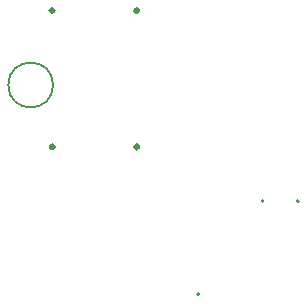
<source format=gbr>
%TF.GenerationSoftware,KiCad,Pcbnew,8.0.7*%
%TF.CreationDate,2025-01-04T21:30:36+01:00*%
%TF.ProjectId,CM5_MINIMA_2,434d355f-4d49-44e4-994d-415f322e6b69,rev?*%
%TF.SameCoordinates,Original*%
%TF.FileFunction,Other,Comment*%
%FSLAX46Y46*%
G04 Gerber Fmt 4.6, Leading zero omitted, Abs format (unit mm)*
G04 Created by KiCad (PCBNEW 8.0.7) date 2025-01-04 21:30:36*
%MOMM*%
%LPD*%
G01*
G04 APERTURE LIST*
%ADD10C,0.200000*%
%ADD11C,0.150000*%
%ADD12C,0.300000*%
G04 APERTURE END LIST*
D10*
%TO.C,D403*%
X16750000Y6370000D02*
G75*
G02*
X16550000Y6370000I-100000J0D01*
G01*
X16550000Y6370000D02*
G75*
G02*
X16750000Y6370000I100000J0D01*
G01*
%TO.C,D401*%
X22170000Y14270000D02*
G75*
G02*
X21970000Y14270000I-100000J0D01*
G01*
X21970000Y14270000D02*
G75*
G02*
X22170000Y14270000I100000J0D01*
G01*
%TO.C,D402*%
X25170000Y14270000D02*
G75*
G02*
X24970000Y14270000I-100000J0D01*
G01*
X24970000Y14270000D02*
G75*
G02*
X25170000Y14270000I100000J0D01*
G01*
D11*
%TO.C,H101*%
X4350000Y24100000D02*
G75*
G02*
X550000Y24100000I-1900000J0D01*
G01*
X550000Y24100000D02*
G75*
G02*
X4350000Y24100000I1900000J0D01*
G01*
D12*
%TO.C,J101*%
X11580000Y30400000D02*
G75*
G02*
X11280000Y30400000I-150000J0D01*
G01*
X11280000Y30400000D02*
G75*
G02*
X11580000Y30400000I150000J0D01*
G01*
X4420000Y30400000D02*
G75*
G02*
X4120000Y30400000I-150000J0D01*
G01*
X4120000Y30400000D02*
G75*
G02*
X4420000Y30400000I150000J0D01*
G01*
%TO.C,USB701*%
X11580000Y18850000D02*
G75*
G02*
X11280000Y18850000I-150000J0D01*
G01*
X11280000Y18850000D02*
G75*
G02*
X11580000Y18850000I150000J0D01*
G01*
X4420000Y18850000D02*
G75*
G02*
X4120000Y18850000I-150000J0D01*
G01*
X4120000Y18850000D02*
G75*
G02*
X4420000Y18850000I150000J0D01*
G01*
%TD*%
M02*

</source>
